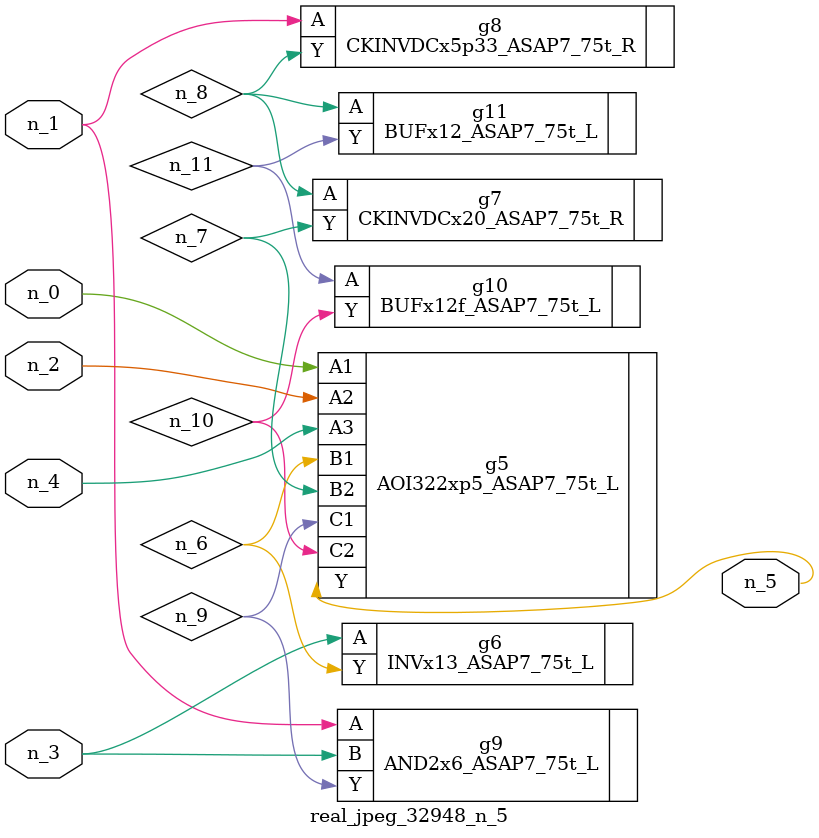
<source format=v>
module real_jpeg_32948_n_5 (n_4, n_0, n_1, n_2, n_3, n_5);

input n_4;
input n_0;
input n_1;
input n_2;
input n_3;

output n_5;

wire n_8;
wire n_11;
wire n_6;
wire n_7;
wire n_10;
wire n_9;

AOI322xp5_ASAP7_75t_L g5 ( 
.A1(n_0),
.A2(n_2),
.A3(n_4),
.B1(n_6),
.B2(n_7),
.C1(n_9),
.C2(n_10),
.Y(n_5)
);

CKINVDCx5p33_ASAP7_75t_R g8 ( 
.A(n_1),
.Y(n_8)
);

AND2x6_ASAP7_75t_L g9 ( 
.A(n_1),
.B(n_3),
.Y(n_9)
);

INVx13_ASAP7_75t_L g6 ( 
.A(n_3),
.Y(n_6)
);

CKINVDCx20_ASAP7_75t_R g7 ( 
.A(n_8),
.Y(n_7)
);

BUFx12_ASAP7_75t_L g11 ( 
.A(n_8),
.Y(n_11)
);

BUFx12f_ASAP7_75t_L g10 ( 
.A(n_11),
.Y(n_10)
);


endmodule
</source>
